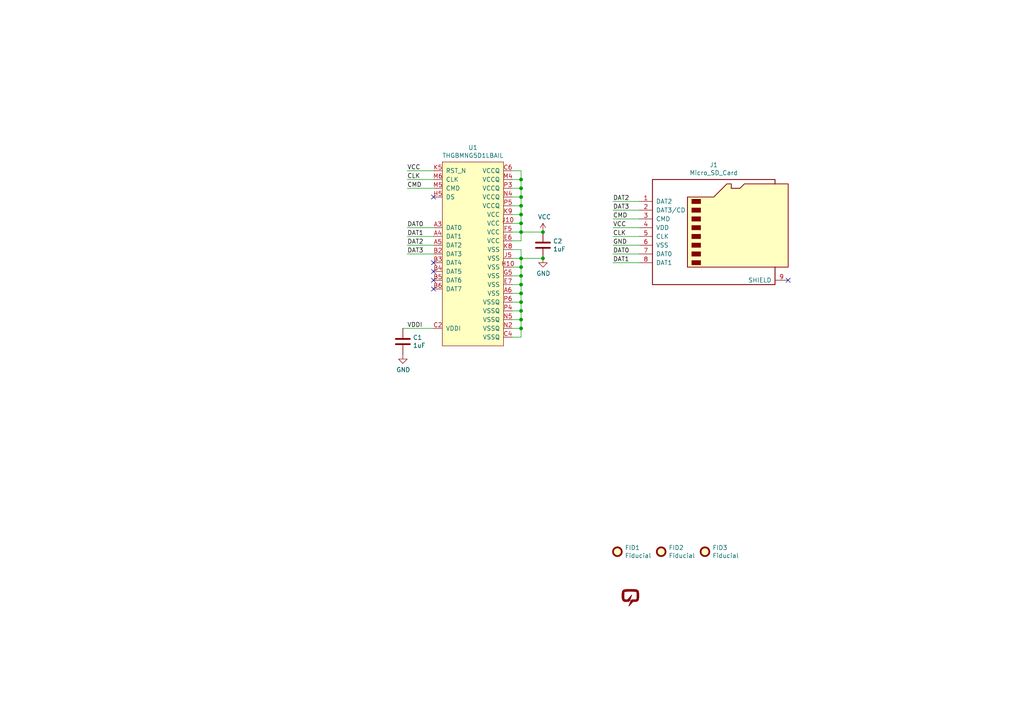
<source format=kicad_sch>
(kicad_sch (version 20231120) (generator "eeschema") (generator_version "8.0")
  (paper "A4")
  (title_block (title "Voltlog eMMC to microSD Adapter") (date "2021-07-06") (rev "A"))
  (lib_symbols
    (symbol "Connector:Micro_SD_Card" (pin_names (offset 1.016))
      (property "Reference" "J" (at -16.51 15.24 0))
      (property "Value" "Micro_SD_Card" (at 16.51 15.24 0))
      (symbol "Micro_SD_Card_0_1"
        (rectangle (start -7.62 -9.525) (end -5.08 -10.795) (fill (type outline)))
        (rectangle (start -7.62 -6.985) (end -5.08 -8.255) (fill (type outline)))
        (rectangle (start -7.62 -4.445) (end -5.08 -5.715) (fill (type outline)))
        (rectangle (start -7.62 -1.905) (end -5.08 -3.175) (fill (type outline)))
        (rectangle (start -7.62 0.635) (end -5.08 -0.635) (fill (type outline)))
        (rectangle (start -7.62 3.175) (end -5.08 1.905) (fill (type outline)))
        (rectangle (start -7.62 5.715) (end -5.08 4.445) (fill (type outline)))
        (rectangle (start -7.62 8.255) (end -5.08 6.985) (fill (type outline)))
        (polyline (pts (xy 16.51 12.7) (xy 16.51 13.97) (xy -19.05 13.97) (xy -19.05 -16.51) (xy 16.51 -16.51) (xy 16.51 -11.43)) (stroke (width 0.254)))
        (polyline (pts (xy -8.89 -11.43) (xy -8.89 8.89) (xy -1.27 8.89) (xy 2.54 12.7) (xy 3.81 12.7) (xy 3.81 11.43) (xy 6.35 11.43) (xy 7.62 12.7) (xy 20.32 12.7) (xy 20.32 -11.43) (xy -8.89 -11.43)) (stroke (width 0.254)) (fill (type background)))
      )
      (symbol "Micro_SD_Card_1_1"
        (pin bidirectional line (at -22.86 7.62 0) (length 3.81) (name "DAT2") (number "1"))
        (pin bidirectional line (at -22.86 5.08 0) (length 3.81) (name "DAT3/CD") (number "2"))
        (pin input line (at -22.86 2.54 0) (length 3.81) (name "CMD") (number "3"))
        (pin power_in line (at -22.86 0 0) (length 3.81) (name "VDD") (number "4"))
        (pin input line (at -22.86 -2.54 0) (length 3.81) (name "CLK") (number "5"))
        (pin power_in line (at -22.86 -5.08 0) (length 3.81) (name "VSS") (number "6"))
        (pin bidirectional line (at -22.86 -7.62 0) (length 3.81) (name "DAT0") (number "7"))
        (pin bidirectional line (at -22.86 -10.16 0) (length 3.81) (name "DAT1") (number "8"))
        (pin passive line (at 20.32 -15.24 180) (length 3.81) (name "SHIELD") (number "9"))
      )
    )
    (symbol "Device:C" (pin_numbers hide) (pin_names (offset 0.254))
      (property "Reference" "C" (at 0.635 2.54 0))
      (property "Value" "C" (at 0.635 -2.54 0))
      (symbol "C_0_1"
        (polyline (pts (xy -2.032 -0.762) (xy 2.032 -0.762)) (stroke (width 0.508)))
        (polyline (pts (xy -2.032 0.762) (xy 2.032 0.762)) (stroke (width 0.508)))
      )
      (symbol "C_1_1"
        (pin passive line (at 0 3.81 270) (length 2.794) (name "~") (number "1"))
        (pin passive line (at 0 -3.81 90) (length 2.794) (name "~") (number "2"))
      )
    )
    (symbol "Mechanical:Fiducial" (exclude_from_sim yes) (in_bom no)
      (property "Reference" "FID" (at 0 5.08 0))
      (property "Value" "Fiducial" (at 0 3.175 0))
      (symbol "Fiducial_0_1"
        (circle (center 0 0) (radius 1.27) (stroke (width 0.508)) (fill (type background)))
      )
    )
    (symbol "emmc-adapter-rescue:GND-power" (power) (pin_names (offset 0))
      (property "Value" "power_GND" (at 0 -3.81 0))
      (symbol "GND-power_0_1"
        (polyline (pts (xy 0 0) (xy 0 -1.27) (xy 1.27 -1.27) (xy 0 -2.54) (xy -1.27 -1.27) (xy 0 -1.27)))
      )
      (symbol "GND-power_1_1"
        (pin power_in line (at 0 0 270) (length 0) hide (name "GND") (number "1"))
      )
    )
    (symbol "emmc-adapter-rescue:THGBMNG5D1LBAIL-voltlog" (pin_names (offset 1.016))
      (property "Reference" "U" (at -7.62 26.67 0))
      (property "Value" "voltlog_THGBMNG5D1LBAIL" (at 7.62 26.67 0))
      (symbol "THGBMNG5D1LBAIL-voltlog_0_0"
        (pin power_in line (at 11.43 -12.7 180) (length 2.54) (name "VSS") (number "A6"))
      )
      (symbol "THGBMNG5D1LBAIL-voltlog_0_1"
        (rectangle (start -8.89 25.4) (end 8.89 -27.94) (fill (type background)))
      )
      (symbol "THGBMNG5D1LBAIL-voltlog_1_1"
        (pin bidirectional line (at -11.43 6.35 0) (length 2.54) (name "DAT0") (number "A3"))
        (pin bidirectional line (at -11.43 3.81 0) (length 2.54) (name "DAT1") (number "A4"))
        (pin bidirectional line (at -11.43 1.27 0) (length 2.54) (name "DAT2") (number "A5"))
        (pin bidirectional line (at -11.43 -1.27 0) (length 2.54) (name "DAT3") (number "B2"))
        (pin bidirectional line (at -11.43 -3.81 0) (length 2.54) (name "DAT4") (number "B3"))
        (pin bidirectional line (at -11.43 -6.35 0) (length 2.54) (name "DAT5") (number "B4"))
        (pin bidirectional line (at -11.43 -8.89 0) (length 2.54) (name "DAT6") (number "B5"))
        (pin bidirectional line (at -11.43 -11.43 0) (length 2.54) (name "DAT7") (number "B6"))
        (pin power_in line (at -11.43 -22.86 0) (length 2.54) (name "VDDI") (number "C2"))
        (pin power_in line (at 11.43 -25.4 180) (length 2.54) (name "VSSQ") (number "C4"))
        (pin power_in line (at 11.43 22.86 180) (length 2.54) (name "VCCQ") (number "C6"))
        (pin power_in line (at 11.43 2.54 180) (length 2.54) (name "VCC") (number "E6"))
        (pin power_in line (at 11.43 -10.16 180) (length 2.54) (name "VSS") (number "E7"))
        (pin power_in line (at 11.43 5.08 180) (length 2.54) (name "VCC") (number "F5"))
        (pin power_in line (at 11.43 -7.62 180) (length 2.54) (name "VSS") (number "G5"))
        (pin power_in line (at 11.43 -5.08 180) (length 2.54) (name "VSS") (number "H10"))
        (pin passive line (at -11.43 15.24 0) (length 2.54) (name "DS") (number "H5"))
        (pin power_in line (at 11.43 7.62 180) (length 2.54) (name "VCC") (number "J10"))
        (pin power_in line (at 11.43 -2.54 180) (length 2.54) (name "VSS") (number "J5"))
        (pin passive line (at -11.43 22.86 0) (length 2.54) (name "RST_N") (number "K5"))
        (pin power_in line (at 11.43 0 180) (length 2.54) (name "VSS") (number "K8"))
        (pin power_in line (at 11.43 10.16 180) (length 2.54) (name "VCC") (number "K9"))
        (pin power_in line (at 11.43 20.32 180) (length 2.54) (name "VCCQ") (number "M4"))
        (pin input line (at -11.43 17.78 0) (length 2.54) (name "CMD") (number "M5"))
        (pin input line (at -11.43 20.32 0) (length 2.54) (name "CLK") (number "M6"))
        (pin power_in line (at 11.43 -22.86 180) (length 2.54) (name "VSSQ") (number "N2"))
        (pin power_in line (at 11.43 15.24 180) (length 2.54) (name "VCCQ") (number "N4"))
        (pin power_in line (at 11.43 -20.32 180) (length 2.54) (name "VSSQ") (number "N5"))
        (pin power_in line (at 11.43 17.78 180) (length 2.54) (name "VCCQ") (number "P3"))
        (pin power_in line (at 11.43 -17.78 180) (length 2.54) (name "VSSQ") (number "P4"))
        (pin power_in line (at 11.43 12.7 180) (length 2.54) (name "VCCQ") (number "P5"))
        (pin power_in line (at 11.43 -15.24 180) (length 2.54) (name "VSSQ") (number "P6"))
      )
    )
    (symbol "emmc-adapter-rescue:VCC-power" (power) (pin_names (offset 0))
      (property "Value" "power_VCC" (at 0 3.81 0))
      (symbol "VCC-power_0_1"
        (polyline (pts (xy -0.762 1.27) (xy 0 2.54)))
        (polyline (pts (xy 0 0) (xy 0 2.54)))
        (polyline (pts (xy 0 2.54) (xy 0.762 1.27)))
      )
      (symbol "VCC-power_1_1"
        (pin power_in line (at 0 0 90) (length 0) hide (name "VCC") (number "1"))
      )
    )
    (symbol "emmc-adapter-rescue:VOLTLOG_LOGO-voltlog" (pin_numbers hide) (pin_names (offset 0) hide)
      (symbol "VOLTLOG_LOGO-voltlog_0_0"
        (polyline (pts (xy -0.4064 -3.0988) (xy -0.4064 -3.0734) (xy -0.2286 -2.8956) (xy -0.1778 -2.8194) (xy -0.0254 -2.667) (xy 0.0508 -2.5654) (xy 0.2032 -2.413) (xy 0.2794 -2.3114) (xy 0.4318 -2.159) (xy 0.5334 -2.0066) (xy 0.7366 -1.8034) (xy 1.524 -1.8034) (xy 1.6002 -1.778) (xy 1.7018 -1.778) (xy 1.8288 -1.7526) (xy 1.9558 -1.7018) (xy 2.0574 -1.6256) (xy 2.2352 -1.4478) (xy 2.286 -1.3462) (xy 2.3622 -1.2192) (xy 2.3876 -1.0922) (xy 2.413 -1.0414) (xy 2.413 -0.9398) (xy 2.4384 -0.8382) (xy 2.4384 -0.7366) (xy 2.4638 -0.6096) (xy 2.4638 0.6096) (xy 2.4384 0.6858) (xy 2.4384 0.762) (xy 2.413 0.8382) (xy 2.413 0.9398) (xy 2.3622 1.143) (xy 2.3114 1.2954) (xy 2.2606 1.3716) (xy 2.2098 1.4224) (xy 2.159 1.4986) (xy 2.1082 1.524) (xy 2.0574 1.5748) (xy 1.9812 1.6256) (xy 1.8796 1.6764) (xy 1.7272 1.7272) (xy 1.6256 1.7526) (xy 1.524 1.7526) (xy 1.397 1.778) (xy 1.27 1.778) (xy 1.1176 1.8034) (xy 0.6096 1.8034) (xy 0.4318 1.8288) (xy -0.4826 1.8288) (xy -0.6604 1.8034) (xy -1.143 1.8034) (xy -1.2954 1.778) (xy -1.4224 1.778) (xy -1.5494 1.7526) (xy -1.651 1.7526) (xy -1.7272 1.7272) (xy -1.8034 1.7272) (xy -1.9304 1.6764) (xy -2.032 1.6256) (xy -2.1336 1.5494) (xy -2.2352 1.4478) (xy -2.2606 1.397) (xy -2.3622 1.2954) (xy -2.413 1.143) (xy -2.4638 0.9398) (xy -2.4638 0.8382) (xy -2.4892 0.7112) (xy -2.5146 0.5588) (xy -2.5146 -0.635) (xy -2.4638 -0.889) (xy -2.4638 -0.9906) (xy -2.4384 -1.0922) (xy -2.3876 -1.2446) (xy -2.286 -1.4478) (xy -2.1844 -1.5494) (xy -1.9812 -1.7018) (xy -1.8542 -1.7526) (xy -1.7526 -1.8034) (xy -1.1938 -1.8034) (xy -1.1176 -1.778) (xy -0.5588 -1.778) (xy -0.4064 -1.7018) (xy -0.3302 -1.651) (xy -0.1778 -1.4986) (xy -0.1778 -1.4732) (xy -0.127 -1.3716) (xy -0.0508 -1.143) (xy -0.0254 -1.0922) (xy 0 -1.016) (xy 0.0254 -0.9144) (xy 0.0762 -0.8128) (xy 0.1016 -0.7112) (xy 0.1524 -0.5842) (xy 0.1778 -0.4826) (xy 0.2286 -0.3556) (xy 0.2286 -0.3302) (xy 0.254 -0.254) (xy 0.3048 -0.1524) (xy 0.3556 0) (xy 0.3556 0.0508) (xy 0.381 0.1016) (xy 0.381 0.127) (xy 0.4064 0.127) (xy 0.3556 0.1778) (xy 0.3302 0.1778) (xy 0.3302 0.1524) (xy 0.3048 0.1524) (xy 0.1778 0.0254) (xy 0.1524 -0.0254) (xy 0.0508 -0.127) (xy 0 -0.2032) (xy -0.1524 -0.3556) (xy -0.2286 -0.4572) (xy -0.4064 -0.635) (xy -0.4826 -0.7366) (xy -0.5334 -0.8128) (xy -0.6096 -0.8636) (xy -0.6604 -0.9398) (xy -0.8128 -1.0922) (xy -0.8636 -1.1684) (xy -1.4224 -1.1684) (xy -1.4986 -1.143) (xy -1.6256 -1.143) (xy -1.651 -1.1176) (xy -1.7272 -1.0922) (xy -1.778 -0.9906) (xy -1.8034 -0.9652) (xy -1.8034 -0.889) (xy -1.8288 -0.7874) (xy -1.8288 -0.6858) (xy -1.8542 -0.5588) (xy -1.8542 0.4572) (xy -1.8288 0.5842) (xy -1.8288 0.7112) (xy -1.8034 0.8128) (xy -1.8034 0.8636) (xy -1.778 0.9144) (xy -1.778 0.9652) (xy -1.7526 1.016) (xy -1.7272 1.0414) (xy -1.6256 1.0922) (xy -1.5748 1.0922) (xy -1.4986 1.1176) (xy -1.2954 1.1176) (xy -1.1684 1.143) (xy -0.8636 1.143) (xy -0.6858 1.1684) (xy 0.5588 1.1684) (xy 0.7366 1.143) (xy 1.1684 1.143) (xy 1.2954 1.1176) (xy 1.397 1.1176) (xy 1.4986 1.0922) (xy 1.5748 1.0922) (xy 1.6764 1.0414) (xy 1.7018 1.016) (xy 1.7272 0.9652) (xy 1.7526 0.889) (xy 1.7526 0.8128) (xy 1.778 0.7874) (xy 1.778 0.6858) (xy 1.8034 0.5588) (xy 1.8034 0.2794) (xy 1.8288 0.127) (xy 1.8288 -0.1778) (xy 1.8034 -0.3302) (xy 1.8034 -0.5842) (xy 1.778 -0.7112) (xy 1.778 -0.8128) (xy 1.7526 -0.9144) (xy 1.7526 -0.9906) (xy 1.7272 -1.016) (xy 1.7018 -1.0668) (xy 1.651 -1.1176) (xy 1.6002 -1.143) (xy 1.5748 -1.143) (xy 1.524 -1.1684) (xy 0.5334 -1.1684) (xy 0.4826 -1.1938) (xy 0.381 -1.1938) (xy 0.3556 -1.2192) (xy 0.3302 -1.2192) (xy 0.2794 -1.2446) (xy 0.2286 -1.2954) (xy 0.1524 -1.3462) (xy 0.0508 -1.4986) (xy 0.0254 -1.524) (xy 0 -1.5748) (xy 0 -1.6256) (xy -0.0254 -1.6764) (xy -0.0508 -1.7526) (xy -0.0762 -1.778) (xy -0.0762 -1.8288) (xy -0.127 -1.9812) (xy -0.1778 -2.0828) (xy -0.2032 -2.1844) (xy -0.254 -2.286) (xy -0.2794 -2.413) (xy -0.3302 -2.5146) (xy -0.3556 -2.6162) (xy -0.381 -2.6924) (xy -0.4318 -2.794) (xy -0.4826 -2.9464) (xy -0.4826 -2.9972) (xy -0.508 -3.048) (xy -0.508 -3.1242) (xy -0.4318 -3.1242) (xy -0.4064 -3.0988)) (stroke (width 0.0254)) (fill (type outline)))
      )
    )
  )
  (junction (at 151.13 92.71))
  (junction (at 151.13 95.25))
  (junction (at 157.48 74.93))
  (junction (at 151.13 90.17))
  (junction (at 151.13 85.09))
  (junction (at 151.13 64.77))
  (junction (at 151.13 52.07))
  (junction (at 157.48 67.31))
  (junction (at 151.13 87.63))
  (junction (at 151.13 59.69))
  (junction (at 151.13 74.93))
  (junction (at 151.13 57.15))
  (junction (at 151.13 67.31))
  (junction (at 151.13 82.55))
  (junction (at 151.13 62.23))
  (junction (at 151.13 54.61))
  (junction (at 151.13 80.01))
  (junction (at 151.13 77.47))
  (no_connect (at 125.73 78.74))
  (no_connect (at 125.73 83.82))
  (no_connect (at 125.73 76.2))
  (no_connect (at 125.73 57.15))
  (no_connect (at 228.6 81.28))
  (no_connect (at 125.73 81.28))
  (wire (pts (xy 125.73 49.53) (xy 118.11 49.53)))
  (wire (pts (xy 148.59 59.69) (xy 151.13 59.69)))
  (wire (pts (xy 177.8 71.12) (xy 185.42 71.12)))
  (wire (pts (xy 118.11 52.07) (xy 125.73 52.07)))
  (wire (pts (xy 151.13 69.85) (xy 151.13 67.31)))
  (wire (pts (xy 151.13 95.25) (xy 151.13 97.79)))
  (wire (pts (xy 148.59 64.77) (xy 151.13 64.77)))
  (wire (pts (xy 118.11 66.04) (xy 125.73 66.04)))
  (wire (pts (xy 151.13 72.39) (xy 151.13 74.93)))
  (wire (pts (xy 118.11 73.66) (xy 125.73 73.66)))
  (wire (pts (xy 148.59 69.85) (xy 151.13 69.85)))
  (wire (pts (xy 118.11 54.61) (xy 125.73 54.61)))
  (wire (pts (xy 151.13 82.55) (xy 151.13 85.09)))
  (wire (pts (xy 151.13 97.79) (xy 148.59 97.79)))
  (wire (pts (xy 151.13 67.31) (xy 157.48 67.31)))
  (wire (pts (xy 177.8 58.42) (xy 185.42 58.42)))
  (wire (pts (xy 148.59 95.25) (xy 151.13 95.25)))
  (wire (pts (xy 151.13 49.53) (xy 148.59 49.53)))
  (wire (pts (xy 151.13 87.63) (xy 151.13 90.17)))
  (wire (pts (xy 177.8 73.66) (xy 185.42 73.66)))
  (wire (pts (xy 151.13 62.23) (xy 151.13 59.69)))
  (wire (pts (xy 148.59 85.09) (xy 151.13 85.09)))
  (wire (pts (xy 151.13 59.69) (xy 151.13 57.15)))
  (wire (pts (xy 118.11 71.12) (xy 125.73 71.12)))
  (wire (pts (xy 177.8 76.2) (xy 185.42 76.2)))
  (wire (pts (xy 151.13 54.61) (xy 151.13 52.07)))
  (wire (pts (xy 151.13 90.17) (xy 151.13 92.71)))
  (wire (pts (xy 151.13 92.71) (xy 151.13 95.25)))
  (wire (pts (xy 151.13 74.93) (xy 157.48 74.93)))
  (wire (pts (xy 118.11 68.58) (xy 125.73 68.58)))
  (wire (pts (xy 148.59 74.93) (xy 151.13 74.93)))
  (wire (pts (xy 148.59 72.39) (xy 151.13 72.39)))
  (wire (pts (xy 148.59 82.55) (xy 151.13 82.55)))
  (wire (pts (xy 148.59 54.61) (xy 151.13 54.61)))
  (wire (pts (xy 177.8 68.58) (xy 185.42 68.58)))
  (wire (pts (xy 177.8 60.96) (xy 185.42 60.96)))
  (wire (pts (xy 177.8 66.04) (xy 185.42 66.04)))
  (wire (pts (xy 148.59 90.17) (xy 151.13 90.17)))
  (wire (pts (xy 148.59 77.47) (xy 151.13 77.47)))
  (wire (pts (xy 148.59 62.23) (xy 151.13 62.23)))
  (wire (pts (xy 151.13 57.15) (xy 151.13 54.61)))
  (wire (pts (xy 148.59 52.07) (xy 151.13 52.07)))
  (wire (pts (xy 116.84 95.25) (xy 125.73 95.25)))
  (wire (pts (xy 177.8 63.5) (xy 185.42 63.5)))
  (wire (pts (xy 151.13 74.93) (xy 151.13 77.47)))
  (wire (pts (xy 148.59 67.31) (xy 151.13 67.31)))
  (wire (pts (xy 151.13 67.31) (xy 151.13 64.77)))
  (wire (pts (xy 151.13 52.07) (xy 151.13 49.53)))
  (wire (pts (xy 148.59 57.15) (xy 151.13 57.15)))
  (wire (pts (xy 151.13 77.47) (xy 151.13 80.01)))
  (wire (pts (xy 151.13 64.77) (xy 151.13 62.23)))
  (wire (pts (xy 148.59 87.63) (xy 151.13 87.63)))
  (wire (pts (xy 151.13 80.01) (xy 151.13 82.55)))
  (wire (pts (xy 148.59 92.71) (xy 151.13 92.71)))
  (wire (pts (xy 148.59 80.01) (xy 151.13 80.01)))
  (wire (pts (xy 151.13 85.09) (xy 151.13 87.63)))
  (label "VDDI" (at 118.11 95.25 0))
  (label "CLK" (at 177.8 68.58 0))
  (label "CMD" (at 177.8 63.5 0))
  (label "DAT2" (at 177.8 58.42 0))
  (label "GND" (at 177.8 71.12 0))
  (label "DAT0" (at 177.8 73.66 0))
  (label "DAT2" (at 118.11 71.12 0))
  (label "VCC" (at 118.11 49.53 0))
  (label "DAT3" (at 177.8 60.96 0))
  (label "CMD" (at 118.11 54.61 0))
  (label "DAT0" (at 118.11 66.04 0))
  (label "DAT1" (at 177.8 76.2 0))
  (label "VCC" (at 177.8 66.04 0))
  (label "DAT3" (at 118.11 73.66 0))
  (label "CLK" (at 118.11 52.07 0))
  (label "DAT1" (at 118.11 68.58 0))
  (symbol (lib_id "emmc-adapter-rescue:THGBMNG5D1LBAIL-voltlog") (at 137.16 72.39 0) (unit 1)
    (property "Reference" "U1" (at 137.16 42.799 0))
    (property "Value" "THGBMNG5D1LBAIL" (at 137.16 45.1104 0))
    (property "Footprint" "Voltlog:WFBGA153" (effects (hide yes)))
    (property "Datasheet" "https://datasheet.lcsc.com/szlcsc/1912111437_KIOXIA-THGBMDG5D1LBAIL_C391254.pdf" (effects (hide yes)))
  )
  (symbol (lib_id "Connector:Micro_SD_Card") (at 208.28 66.04 0) (unit 1)
    (property "Reference" "J1" (at 207.01 47.8282 0))
    (property "Value" "Micro_SD_Card" (at 207.01 50.1396 0))
    (property "Footprint" "Voltlog:microSD_card" (effects (hide yes)))
    (property "Datasheet" "http://katalog.we-online.de/em/datasheet/693072010801.pdf" (effects (hide yes)))
  )
  (symbol (lib_id "emmc-adapter-rescue:VOLTLOG_LOGO-voltlog") (at 182.88 172.72 0) (unit 1)
    (property "Reference" "V1" (effects (hide yes)))
    (property "Value" "VOLTLOG_LOGO" (effects (hide yes)))
    (property "Footprint" "Voltlog:voltlog_mask_3mm" (effects (hide yes)))
  )
  (symbol (lib_id "Mechanical:Fiducial") (at 179.07 160.02 0) (unit 1)
    (property "Reference" "FID1" (at 181.229 158.8516 0) (effects (justify left)))
    (property "Value" "Fiducial" (at 181.229 161.163 0) (effects (justify left)))
    (property "Footprint" "Fiducial:Fiducial_0.5mm_Mask1mm" (effects (hide yes)))
  )
  (symbol (lib_id "Mechanical:Fiducial") (at 191.77 160.02 0) (unit 1)
    (property "Reference" "FID2" (at 193.929 158.8516 0) (effects (justify left)))
    (property "Value" "Fiducial" (at 193.929 161.163 0) (effects (justify left)))
    (property "Footprint" "Fiducial:Fiducial_0.5mm_Mask1mm" (effects (hide yes)))
  )
  (symbol (lib_id "Mechanical:Fiducial") (at 204.47 160.02 0) (unit 1)
    (property "Reference" "FID3" (at 206.629 158.8516 0) (effects (justify left)))
    (property "Value" "Fiducial" (at 206.629 161.163 0) (effects (justify left)))
    (property "Footprint" "Fiducial:Fiducial_0.5mm_Mask1mm" (effects (hide yes)))
  )
  (symbol (lib_id "Device:C") (at 157.48 71.12 0) (unit 1)
    (property "Reference" "C2" (at 160.401 69.9516 0) (effects (justify left)))
    (property "Value" "1uF" (at 160.401 72.263 0) (effects (justify left)))
    (property "Footprint" "Capacitor_SMD:C_0603_1608Metric" (effects (hide yes)))
  )
  (symbol (lib_id "emmc-adapter-rescue:GND-power") (at 157.48 74.93 0) (unit 1)
    (property "Reference" "#PWR0101" (effects (hide yes)))
    (property "Value" "GND" (at 157.607 79.3242 0))
  )
  (symbol (lib_id "emmc-adapter-rescue:VCC-power") (at 157.48 67.31 0) (unit 1)
    (property "Reference" "#PWR0102" (effects (hide yes)))
    (property "Value" "VCC" (at 157.9118 62.9158 0))
  )
  (symbol (lib_id "Device:C") (at 116.84 99.06 0) (unit 1)
    (property "Reference" "C1" (at 119.761 97.8916 0) (effects (justify left)))
    (property "Value" "1uF" (at 119.761 100.203 0) (effects (justify left)))
    (property "Footprint" "Capacitor_SMD:C_0603_1608Metric" (effects (hide yes)))
  )
  (symbol (lib_id "emmc-adapter-rescue:GND-power") (at 116.84 102.87 0) (unit 1)
    (property "Reference" "#PWR0103" (effects (hide yes)))
    (property "Value" "GND" (at 116.967 107.2642 0))
  )
)
</source>
